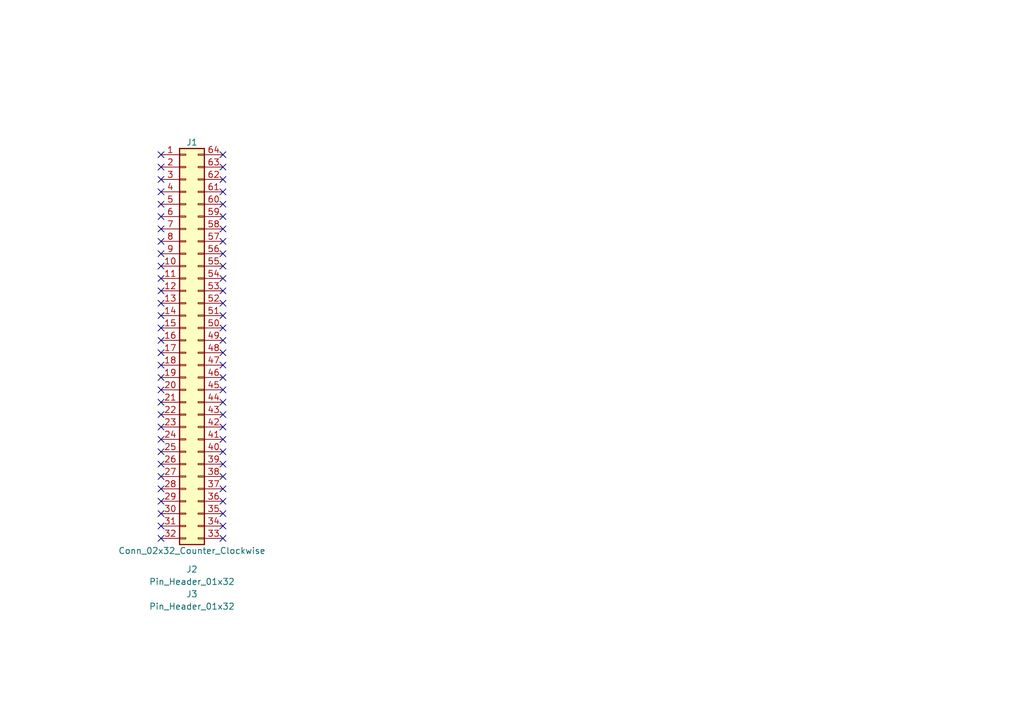
<source format=kicad_sch>
(kicad_sch (version 20250114) (generator "eeschema") (generator_version "9.0")
  (paper "A5")
  (title_block (title "Board 2x32 W15.24mm") (date "2025-09-29") (rev "V0"))
  (lib_symbols
    (symbol "Connector_Generic:Conn_02x32_Counter_Clockwise" (pin_names (offset 1.016) (hide yes))
      (property "Reference" "J" (at 1.27 40.64 0))
      (property "Value" "Conn_02x32_Counter_Clockwise" (at 1.27 -43.18 0))
      (symbol "Conn_02x32_Counter_Clockwise_1_1"
        (rectangle (start -1.27 39.37) (end 3.81 -41.91) (stroke (width 0.254)) (fill (type background)))
        (rectangle (start -1.27 38.227) (end 0 37.973) (stroke (width 0.1524)))
        (rectangle (start -1.27 35.687) (end 0 35.433) (stroke (width 0.1524)))
        (rectangle (start -1.27 33.147) (end 0 32.893) (stroke (width 0.1524)))
        (rectangle (start -1.27 30.607) (end 0 30.353) (stroke (width 0.1524)))
        (rectangle (start -1.27 28.067) (end 0 27.813) (stroke (width 0.1524)))
        (rectangle (start -1.27 25.527) (end 0 25.273) (stroke (width 0.1524)))
        (rectangle (start -1.27 22.987) (end 0 22.733) (stroke (width 0.1524)))
        (rectangle (start -1.27 20.447) (end 0 20.193) (stroke (width 0.1524)))
        (rectangle (start -1.27 17.907) (end 0 17.653) (stroke (width 0.1524)))
        (rectangle (start -1.27 15.367) (end 0 15.113) (stroke (width 0.1524)))
        (rectangle (start -1.27 12.827) (end 0 12.573) (stroke (width 0.1524)))
        (rectangle (start -1.27 10.287) (end 0 10.033) (stroke (width 0.1524)))
        (rectangle (start -1.27 7.747) (end 0 7.493) (stroke (width 0.1524)))
        (rectangle (start -1.27 5.207) (end 0 4.953) (stroke (width 0.1524)))
        (rectangle (start -1.27 2.667) (end 0 2.413) (stroke (width 0.1524)))
        (rectangle (start -1.27 0.127) (end 0 -0.127) (stroke (width 0.1524)))
        (rectangle (start -1.27 -2.413) (end 0 -2.667) (stroke (width 0.1524)))
        (rectangle (start -1.27 -4.953) (end 0 -5.207) (stroke (width 0.1524)))
        (rectangle (start -1.27 -7.493) (end 0 -7.747) (stroke (width 0.1524)))
        (rectangle (start -1.27 -10.033) (end 0 -10.287) (stroke (width 0.1524)))
        (rectangle (start -1.27 -12.573) (end 0 -12.827) (stroke (width 0.1524)))
        (rectangle (start -1.27 -15.113) (end 0 -15.367) (stroke (width 0.1524)))
        (rectangle (start -1.27 -17.653) (end 0 -17.907) (stroke (width 0.1524)))
        (rectangle (start -1.27 -20.193) (end 0 -20.447) (stroke (width 0.1524)))
        (rectangle (start -1.27 -22.733) (end 0 -22.987) (stroke (width 0.1524)))
        (rectangle (start -1.27 -25.273) (end 0 -25.527) (stroke (width 0.1524)))
        (rectangle (start -1.27 -27.813) (end 0 -28.067) (stroke (width 0.1524)))
        (rectangle (start -1.27 -30.353) (end 0 -30.607) (stroke (width 0.1524)))
        (rectangle (start -1.27 -32.893) (end 0 -33.147) (stroke (width 0.1524)))
        (rectangle (start -1.27 -35.433) (end 0 -35.687) (stroke (width 0.1524)))
        (rectangle (start -1.27 -37.973) (end 0 -38.227) (stroke (width 0.1524)))
        (rectangle (start -1.27 -40.513) (end 0 -40.767) (stroke (width 0.1524)))
        (rectangle (start 3.81 38.227) (end 2.54 37.973) (stroke (width 0.1524)))
        (rectangle (start 3.81 35.687) (end 2.54 35.433) (stroke (width 0.1524)))
        (rectangle (start 3.81 33.147) (end 2.54 32.893) (stroke (width 0.1524)))
        (rectangle (start 3.81 30.607) (end 2.54 30.353) (stroke (width 0.1524)))
        (rectangle (start 3.81 28.067) (end 2.54 27.813) (stroke (width 0.1524)))
        (rectangle (start 3.81 25.527) (end 2.54 25.273) (stroke (width 0.1524)))
        (rectangle (start 3.81 22.987) (end 2.54 22.733) (stroke (width 0.1524)))
        (rectangle (start 3.81 20.447) (end 2.54 20.193) (stroke (width 0.1524)))
        (rectangle (start 3.81 17.907) (end 2.54 17.653) (stroke (width 0.1524)))
        (rectangle (start 3.81 15.367) (end 2.54 15.113) (stroke (width 0.1524)))
        (rectangle (start 3.81 12.827) (end 2.54 12.573) (stroke (width 0.1524)))
        (rectangle (start 3.81 10.287) (end 2.54 10.033) (stroke (width 0.1524)))
        (rectangle (start 3.81 7.747) (end 2.54 7.493) (stroke (width 0.1524)))
        (rectangle (start 3.81 5.207) (end 2.54 4.953) (stroke (width 0.1524)))
        (rectangle (start 3.81 2.667) (end 2.54 2.413) (stroke (width 0.1524)))
        (rectangle (start 3.81 0.127) (end 2.54 -0.127) (stroke (width 0.1524)))
        (rectangle (start 3.81 -2.413) (end 2.54 -2.667) (stroke (width 0.1524)))
        (rectangle (start 3.81 -4.953) (end 2.54 -5.207) (stroke (width 0.1524)))
        (rectangle (start 3.81 -7.493) (end 2.54 -7.747) (stroke (width 0.1524)))
        (rectangle (start 3.81 -10.033) (end 2.54 -10.287) (stroke (width 0.1524)))
        (rectangle (start 3.81 -12.573) (end 2.54 -12.827) (stroke (width 0.1524)))
        (rectangle (start 3.81 -15.113) (end 2.54 -15.367) (stroke (width 0.1524)))
        (rectangle (start 3.81 -17.653) (end 2.54 -17.907) (stroke (width 0.1524)))
        (rectangle (start 3.81 -20.193) (end 2.54 -20.447) (stroke (width 0.1524)))
        (rectangle (start 3.81 -22.733) (end 2.54 -22.987) (stroke (width 0.1524)))
        (rectangle (start 3.81 -25.273) (end 2.54 -25.527) (stroke (width 0.1524)))
        (rectangle (start 3.81 -27.813) (end 2.54 -28.067) (stroke (width 0.1524)))
        (rectangle (start 3.81 -30.353) (end 2.54 -30.607) (stroke (width 0.1524)))
        (rectangle (start 3.81 -32.893) (end 2.54 -33.147) (stroke (width 0.1524)))
        (rectangle (start 3.81 -35.433) (end 2.54 -35.687) (stroke (width 0.1524)))
        (rectangle (start 3.81 -37.973) (end 2.54 -38.227) (stroke (width 0.1524)))
        (rectangle (start 3.81 -40.513) (end 2.54 -40.767) (stroke (width 0.1524)))
        (pin passive line (at -5.08 38.1 0) (length 3.81) (name "Pin_1") (number "1"))
        (pin passive line (at -5.08 35.56 0) (length 3.81) (name "Pin_2") (number "2"))
        (pin passive line (at -5.08 33.02 0) (length 3.81) (name "Pin_3") (number "3"))
        (pin passive line (at -5.08 30.48 0) (length 3.81) (name "Pin_4") (number "4"))
        (pin passive line (at -5.08 27.94 0) (length 3.81) (name "Pin_5") (number "5"))
        (pin passive line (at -5.08 25.4 0) (length 3.81) (name "Pin_6") (number "6"))
        (pin passive line (at -5.08 22.86 0) (length 3.81) (name "Pin_7") (number "7"))
        (pin passive line (at -5.08 20.32 0) (length 3.81) (name "Pin_8") (number "8"))
        (pin passive line (at -5.08 17.78 0) (length 3.81) (name "Pin_9") (number "9"))
        (pin passive line (at -5.08 15.24 0) (length 3.81) (name "Pin_10") (number "10"))
        (pin passive line (at -5.08 12.7 0) (length 3.81) (name "Pin_11") (number "11"))
        (pin passive line (at -5.08 10.16 0) (length 3.81) (name "Pin_12") (number "12"))
        (pin passive line (at -5.08 7.62 0) (length 3.81) (name "Pin_13") (number "13"))
        (pin passive line (at -5.08 5.08 0) (length 3.81) (name "Pin_14") (number "14"))
        (pin passive line (at -5.08 2.54 0) (length 3.81) (name "Pin_15") (number "15"))
        (pin passive line (at -5.08 0 0) (length 3.81) (name "Pin_16") (number "16"))
        (pin passive line (at -5.08 -2.54 0) (length 3.81) (name "Pin_17") (number "17"))
        (pin passive line (at -5.08 -5.08 0) (length 3.81) (name "Pin_18") (number "18"))
        (pin passive line (at -5.08 -7.62 0) (length 3.81) (name "Pin_19") (number "19"))
        (pin passive line (at -5.08 -10.16 0) (length 3.81) (name "Pin_20") (number "20"))
        (pin passive line (at -5.08 -12.7 0) (length 3.81) (name "Pin_21") (number "21"))
        (pin passive line (at -5.08 -15.24 0) (length 3.81) (name "Pin_22") (number "22"))
        (pin passive line (at -5.08 -17.78 0) (length 3.81) (name "Pin_23") (number "23"))
        (pin passive line (at -5.08 -20.32 0) (length 3.81) (name "Pin_24") (number "24"))
        (pin passive line (at -5.08 -22.86 0) (length 3.81) (name "Pin_25") (number "25"))
        (pin passive line (at -5.08 -25.4 0) (length 3.81) (name "Pin_26") (number "26"))
        (pin passive line (at -5.08 -27.94 0) (length 3.81) (name "Pin_27") (number "27"))
        (pin passive line (at -5.08 -30.48 0) (length 3.81) (name "Pin_28") (number "28"))
        (pin passive line (at -5.08 -33.02 0) (length 3.81) (name "Pin_29") (number "29"))
        (pin passive line (at -5.08 -35.56 0) (length 3.81) (name "Pin_30") (number "30"))
        (pin passive line (at -5.08 -38.1 0) (length 3.81) (name "Pin_31") (number "31"))
        (pin passive line (at -5.08 -40.64 0) (length 3.81) (name "Pin_32") (number "32"))
        (pin passive line (at 7.62 38.1 180) (length 3.81) (name "Pin_64") (number "64"))
        (pin passive line (at 7.62 35.56 180) (length 3.81) (name "Pin_63") (number "63"))
        (pin passive line (at 7.62 33.02 180) (length 3.81) (name "Pin_62") (number "62"))
        (pin passive line (at 7.62 30.48 180) (length 3.81) (name "Pin_61") (number "61"))
        (pin passive line (at 7.62 27.94 180) (length 3.81) (name "Pin_60") (number "60"))
        (pin passive line (at 7.62 25.4 180) (length 3.81) (name "Pin_59") (number "59"))
        (pin passive line (at 7.62 22.86 180) (length 3.81) (name "Pin_58") (number "58"))
        (pin passive line (at 7.62 20.32 180) (length 3.81) (name "Pin_57") (number "57"))
        (pin passive line (at 7.62 17.78 180) (length 3.81) (name "Pin_56") (number "56"))
        (pin passive line (at 7.62 15.24 180) (length 3.81) (name "Pin_55") (number "55"))
        (pin passive line (at 7.62 12.7 180) (length 3.81) (name "Pin_54") (number "54"))
        (pin passive line (at 7.62 10.16 180) (length 3.81) (name "Pin_53") (number "53"))
        (pin passive line (at 7.62 7.62 180) (length 3.81) (name "Pin_52") (number "52"))
        (pin passive line (at 7.62 5.08 180) (length 3.81) (name "Pin_51") (number "51"))
        (pin passive line (at 7.62 2.54 180) (length 3.81) (name "Pin_50") (number "50"))
        (pin passive line (at 7.62 0 180) (length 3.81) (name "Pin_49") (number "49"))
        (pin passive line (at 7.62 -2.54 180) (length 3.81) (name "Pin_48") (number "48"))
        (pin passive line (at 7.62 -5.08 180) (length 3.81) (name "Pin_47") (number "47"))
        (pin passive line (at 7.62 -7.62 180) (length 3.81) (name "Pin_46") (number "46"))
        (pin passive line (at 7.62 -10.16 180) (length 3.81) (name "Pin_45") (number "45"))
        (pin passive line (at 7.62 -12.7 180) (length 3.81) (name "Pin_44") (number "44"))
        (pin passive line (at 7.62 -15.24 180) (length 3.81) (name "Pin_43") (number "43"))
        (pin passive line (at 7.62 -17.78 180) (length 3.81) (name "Pin_42") (number "42"))
        (pin passive line (at 7.62 -20.32 180) (length 3.81) (name "Pin_41") (number "41"))
        (pin passive line (at 7.62 -22.86 180) (length 3.81) (name "Pin_40") (number "40"))
        (pin passive line (at 7.62 -25.4 180) (length 3.81) (name "Pin_39") (number "39"))
        (pin passive line (at 7.62 -27.94 180) (length 3.81) (name "Pin_38") (number "38"))
        (pin passive line (at 7.62 -30.48 180) (length 3.81) (name "Pin_37") (number "37"))
        (pin passive line (at 7.62 -33.02 180) (length 3.81) (name "Pin_36") (number "36"))
        (pin passive line (at 7.62 -35.56 180) (length 3.81) (name "Pin_35") (number "35"))
        (pin passive line (at 7.62 -38.1 180) (length 3.81) (name "Pin_34") (number "34"))
        (pin passive line (at 7.62 -40.64 180) (length 3.81) (name "Pin_33") (number "33"))
      )
    )
    (symbol "HCP65:Pin_Header_01x32" (pin_names (offset 1.016) (hide yes))
      (property "Reference" "J" (at 0 1.27 0))
      (property "Value" "Pin_Header_01x32" (at 0 -1.27 0))
    )
  )
  (no_connect (at 33.02 54.61))
  (no_connect (at 45.72 72.39))
  (no_connect (at 33.02 31.75))
  (no_connect (at 45.72 34.29))
  (no_connect (at 33.02 41.91))
  (no_connect (at 33.02 102.87))
  (no_connect (at 45.72 105.41))
  (no_connect (at 45.72 57.15))
  (no_connect (at 33.02 59.69))
  (no_connect (at 33.02 87.63))
  (no_connect (at 33.02 64.77))
  (no_connect (at 33.02 72.39))
  (no_connect (at 33.02 95.25))
  (no_connect (at 33.02 74.93))
  (no_connect (at 45.72 92.71))
  (no_connect (at 33.02 92.71))
  (no_connect (at 45.72 46.99))
  (no_connect (at 45.72 74.93))
  (no_connect (at 45.72 54.61))
  (no_connect (at 33.02 67.31))
  (no_connect (at 45.72 69.85))
  (no_connect (at 45.72 41.91))
  (no_connect (at 33.02 46.99))
  (no_connect (at 33.02 34.29))
  (no_connect (at 33.02 39.37))
  (no_connect (at 33.02 107.95))
  (no_connect (at 33.02 44.45))
  (no_connect (at 33.02 85.09))
  (no_connect (at 45.72 52.07))
  (no_connect (at 33.02 77.47))
  (no_connect (at 33.02 97.79))
  (no_connect (at 45.72 87.63))
  (no_connect (at 45.72 39.37))
  (no_connect (at 33.02 57.15))
  (no_connect (at 45.72 82.55))
  (no_connect (at 33.02 82.55))
  (no_connect (at 45.72 31.75))
  (no_connect (at 45.72 44.45))
  (no_connect (at 33.02 110.49))
  (no_connect (at 45.72 80.01))
  (no_connect (at 33.02 105.41))
  (no_connect (at 45.72 59.69))
  (no_connect (at 33.02 69.85))
  (no_connect (at 45.72 110.49))
  (no_connect (at 33.02 100.33))
  (no_connect (at 45.72 85.09))
  (no_connect (at 45.72 100.33))
  (no_connect (at 33.02 62.23))
  (no_connect (at 45.72 90.17))
  (no_connect (at 45.72 67.31))
  (no_connect (at 45.72 107.95))
  (no_connect (at 45.72 36.83))
  (no_connect (at 45.72 102.87))
  (no_connect (at 45.72 49.53))
  (no_connect (at 45.72 77.47))
  (no_connect (at 45.72 64.77))
  (no_connect (at 33.02 80.01))
  (no_connect (at 45.72 62.23))
  (no_connect (at 45.72 97.79))
  (no_connect (at 33.02 52.07))
  (no_connect (at 33.02 90.17))
  (no_connect (at 33.02 36.83))
  (no_connect (at 33.02 49.53))
  (no_connect (at 45.72 95.25))
  (symbol (lib_id "HCP65:Pin_Header_01x32") (at 39.37 118.11 0) (mirror y) (unit 1)
    (property "Reference" "J2" (at 39.37 116.84 0))
    (property "Value" "Pin_Header_01x32" (at 39.37 119.38 0))
    (property "Footprint" "SamacSys_Parts:PinHeader_1x32_P2.54mm_Vertical" (effects (hide yes)))
  )
  (symbol (lib_id "Connector_Generic:Conn_02x32_Counter_Clockwise") (at 38.1 69.85 0) (unit 1)
    (property "Reference" "J1" (at 39.37 29.21 0))
    (property "Value" "Conn_02x32_Counter_Clockwise" (at 39.37 113.03 0))
    (property "Description" "Generic connector, double row, 02x32, counter clockwise pin numbering scheme (similar to DIP package numbering), script generated (kicad-library-utils/schlib/autogen/connector/)" (effects (hide yes)))
  )
  (symbol (lib_id "HCP65:Pin_Header_01x32") (at 39.37 123.19 0) (unit 1)
    (property "Reference" "J3" (at 39.37 121.92 0))
    (property "Value" "Pin_Header_01x32" (at 39.37 124.46 0))
    (property "Footprint" "SamacSys_Parts:PinHeader_1x32_P2.54mm_Vertical" (effects (hide yes)))
  )
)
</source>
